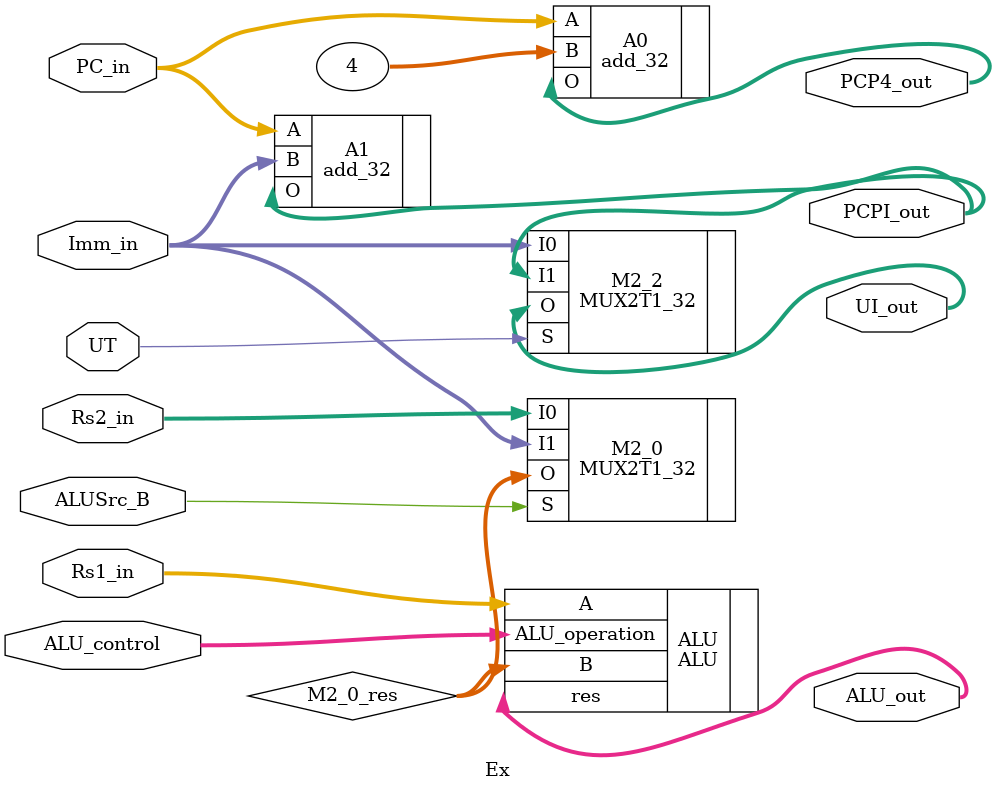
<source format=v>
`timescale 1ns / 1ps


module Ex (
    input [31:0] PC_in,
    input [31:0] Rs1_in,
    input [31:0] Rs2_in,
    input [31:0] Imm_in,
    input UT,
    input ALUSrc_B,
    // input [1:0] Branch,
    input [3:0] ALU_control,
    // output [31:0] PC_out,
    output [31:0] UI_out,
    output [31:0] ALU_out,
    output [31:0] PCP4_out,
    output [31:0] PCPI_out
);

    wire [31:0] M2_0_res;
    // wire [31:0] PCP4_out;
    // wire [31:0] PCPI_out;

    add_32 A0 (
        .A(PC_in),
        .B(32'h00000004),
        .O(PCP4_out)
    );

    add_32 A1 (
        .A(PC_in),
        .B(Imm_in),
        .O(PCPI_out)
    );

    MUX2T1_32 M2_0 (
        .I0(Rs2_in),
        .I1(Imm_in),
        .S(ALUSrc_B),
        .O(M2_0_res)
    );

    // MUX2T1_32 M2_1 (
    //     .I0(PCP4_out),
    //     .I1(PCPI_out),
    //     .S((Branch[0] & ALU_out[0]) | (Branch[1] & (~ALU_out[0]))),
    //     .O(PC_out)
    // );

    MUX2T1_32 M2_2 (
        .I0(Imm_in),
        .I1(PCPI_out),
        .S(UT),
        .O(UI_out)
    );

    ALU ALU (
        .A(Rs1_in),
        .B(M2_0_res),
        .ALU_operation(ALU_control),
        .res(ALU_out)
    );

endmodule

</source>
